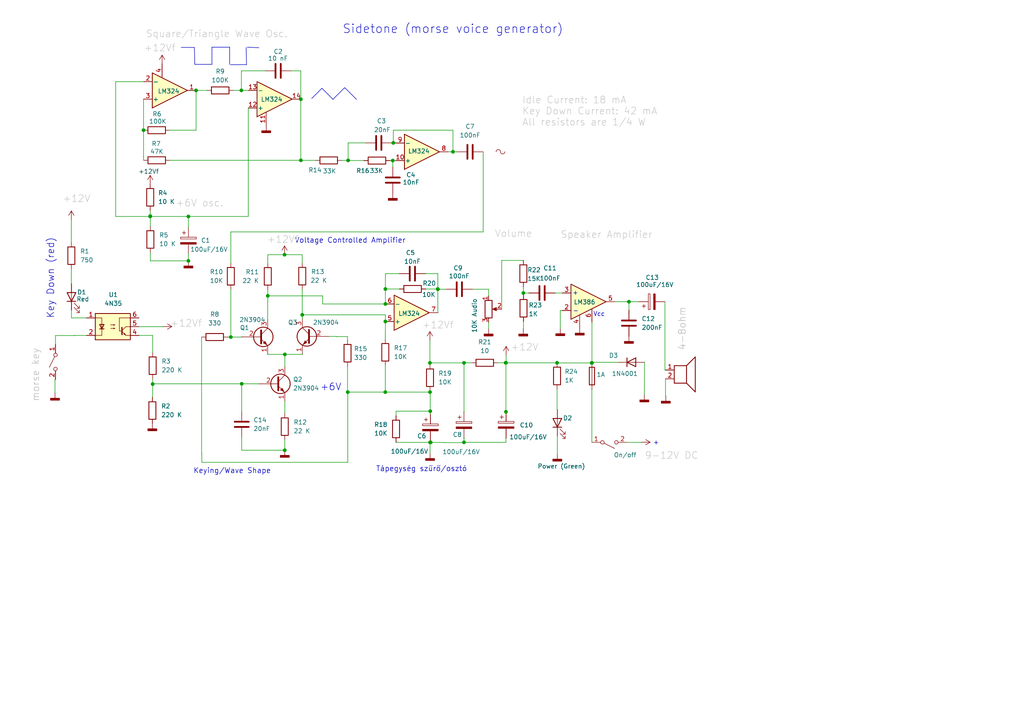
<source format=kicad_sch>
(kicad_sch (version 20230121) (generator eeschema)
  (paper "A4")
  (title_block (title "sidetone-cw-voice-generator") (date "2024-02-03") (rev "0"))
  (lib_symbols
    (symbol "Amplifier_Audio:LM386" (pin_names (offset 0.127) hide)
      (property "Reference" "U2" (at -3.7235 10.0068 0))
      (property "Value" "LM386" (at -3.3511 12.7994 0))
      (symbol "LM386_0_1"
        (polyline (pts (xy 5.08 0) (xy -5.08 5.08) (xy -5.08 -5.08) (xy 5.08 0)) (stroke (width 0.254)) (fill (type background)))
      )
      (symbol "LM386_1_1"
        (pin input line (at -7.62 -2.54 0) (length 2.54) (name "-") (number "2"))
        (pin input line (at -7.62 2.54 0) (length 2.54) (name "+") (number "3"))
        (pin power_in line (at -2.54 -7.62 90) (length 3.81) (name "GND") (number "4"))
        (pin output line (at 7.62 0 180) (length 2.54) (name "~") (number "5"))
        (pin power_in line (at 0.9898 -5.8662 90) (length 3.81) (name "V+") (number "6"))
      )
    )
    (symbol "Device:C" (pin_numbers hide) (pin_names (offset 0.254))
      (property "Reference" "C" (at 0.635 2.54 0))
      (property "Value" "C" (at 0.635 -2.54 0))
      (symbol "C_0_1"
        (polyline (pts (xy -2.032 -0.762) (xy 2.032 -0.762)) (stroke (width 0.508)))
        (polyline (pts (xy -2.032 0.762) (xy 2.032 0.762)) (stroke (width 0.508)))
      )
      (symbol "C_1_1"
        (pin passive line (at 0 3.81 270) (length 2.794) (name "~") (number "1"))
        (pin passive line (at 0 -3.81 90) (length 2.794) (name "~") (number "2"))
      )
    )
    (symbol "Device:C_Polarized" (pin_numbers hide) (pin_names (offset 0.254))
      (property "Reference" "C" (at 0.635 2.54 0))
      (property "Value" "C_Polarized" (at 0.635 -2.54 0))
      (symbol "C_Polarized_0_1"
        (rectangle (start -2.286 0.508) (end 2.286 1.016))
        (polyline (pts (xy -1.778 2.286) (xy -0.762 2.286)))
        (polyline (pts (xy -1.27 2.794) (xy -1.27 1.778)))
        (rectangle (start 2.286 -0.508) (end -2.286 -1.016) (fill (type outline)))
      )
      (symbol "C_Polarized_1_1"
        (pin passive line (at 0 3.81 270) (length 2.794) (name "~") (number "1"))
        (pin passive line (at 0 -3.81 90) (length 2.794) (name "~") (number "2"))
      )
    )
    (symbol "Device:Fuse" (pin_numbers hide) (pin_names (offset 0))
      (property "Reference" "F" (at 2.032 0 90))
      (property "Value" "Fuse" (at -1.905 0 90))
      (symbol "Fuse_0_1"
        (rectangle (start -0.762 -2.54) (end 0.762 2.54) (stroke (width 0.254)))
        (polyline (pts (xy 0 2.54) (xy 0 -2.54)))
      )
      (symbol "Fuse_1_1"
        (pin passive line (at 0 3.81 270) (length 1.27) (name "~") (number "1"))
        (pin passive line (at 0 -3.81 90) (length 1.27) (name "~") (number "2"))
      )
    )
    (symbol "Device:LED" (pin_numbers hide) (pin_names (offset 1.016) hide)
      (property "Reference" "D" (at 0 2.54 0))
      (property "Value" "LED" (at 0 -2.54 0))
      (symbol "LED_0_1"
        (polyline (pts (xy -1.27 -1.27) (xy -1.27 1.27)) (stroke (width 0.254)))
        (polyline (pts (xy -1.27 0) (xy 1.27 0)))
        (polyline (pts (xy 1.27 -1.27) (xy 1.27 1.27) (xy -1.27 0) (xy 1.27 -1.27)) (stroke (width 0.254)))
        (polyline (pts (xy -3.048 -0.762) (xy -4.572 -2.286) (xy -3.81 -2.286) (xy -4.572 -2.286) (xy -4.572 -1.524)))
        (polyline (pts (xy -1.778 -0.762) (xy -3.302 -2.286) (xy -2.54 -2.286) (xy -3.302 -2.286) (xy -3.302 -1.524)))
      )
      (symbol "LED_1_1"
        (pin passive line (at -3.81 0 0) (length 2.54) (name "K") (number "1"))
        (pin passive line (at 3.81 0 180) (length 2.54) (name "A") (number "2"))
      )
    )
    (symbol "Device:R" (pin_numbers hide) (pin_names (offset 0))
      (property "Reference" "R" (at 2.032 0 90))
      (property "Value" "R" (at 0 0 90))
      (symbol "R_0_1"
        (rectangle (start -1.016 -2.54) (end 1.016 2.54) (stroke (width 0.254)))
      )
      (symbol "R_1_1"
        (pin passive line (at 0 3.81 270) (length 1.27) (name "~") (number "1"))
        (pin passive line (at 0 -3.81 90) (length 1.27) (name "~") (number "2"))
      )
    )
    (symbol "Device:R_Potentiometer" (pin_names (offset 1.016) hide)
      (property "Reference" "RV" (at -4.445 0 90))
      (property "Value" "R_Potentiometer" (at -2.54 0 90))
      (symbol "R_Potentiometer_0_1"
        (polyline (pts (xy 2.54 0) (xy 1.524 0)))
        (polyline (pts (xy 1.143 0) (xy 2.286 0.508) (xy 2.286 -0.508) (xy 1.143 0)) (fill (type outline)))
        (rectangle (start 1.016 2.54) (end -1.016 -2.54) (stroke (width 0.254)))
      )
      (symbol "R_Potentiometer_1_1"
        (pin passive line (at 0 3.81 270) (length 1.27) (name "1") (number "1"))
        (pin passive line (at 3.81 0 180) (length 1.27) (name "2") (number "2"))
        (pin passive line (at 0 -3.81 90) (length 1.27) (name "3") (number "3"))
      )
    )
    (symbol "Device:Speaker" (pin_names (offset 0) hide)
      (property "Reference" "LS" (at 1.27 5.715 0))
      (property "Value" "Speaker" (at 1.27 3.81 0))
      (symbol "Speaker_0_0"
        (rectangle (start -2.54 1.27) (end 1.016 -3.81) (stroke (width 0.254)))
        (polyline (pts (xy 1.016 1.27) (xy 3.556 3.81) (xy 3.556 -6.35) (xy 1.016 -3.81)) (stroke (width 0.254)))
      )
      (symbol "Speaker_1_1"
        (pin input line (at -5.08 0 0) (length 2.54) (name "1") (number "1"))
        (pin input line (at -5.08 -2.54 0) (length 2.54) (name "2") (number "2"))
      )
    )
    (symbol "Diode:1N4001" (pin_numbers hide) (pin_names hide)
      (property "Reference" "D" (at 0 2.54 0))
      (property "Value" "1N4001" (at 0 -2.54 0))
      (symbol "1N4001_0_1"
        (polyline (pts (xy -1.27 1.27) (xy -1.27 -1.27)) (stroke (width 0.254)))
        (polyline (pts (xy 1.27 0) (xy -1.27 0)))
        (polyline (pts (xy 1.27 1.27) (xy 1.27 -1.27) (xy -1.27 0) (xy 1.27 1.27)) (stroke (width 0.254)))
      )
      (symbol "1N4001_1_1"
        (pin passive line (at -3.81 0 0) (length 2.54) (name "K") (number "1"))
        (pin passive line (at 3.81 0 180) (length 2.54) (name "A") (number "2"))
      )
    )
    (symbol "Isolator:4N35" (pin_names (offset 1.016))
      (property "Reference" "U" (at -5.08 5.08 0))
      (property "Value" "4N35" (at 0 5.08 0))
      (symbol "4N35_0_1"
        (rectangle (start -5.08 3.81) (end 5.08 -3.81) (stroke (width 0.254)) (fill (type background)))
        (polyline (pts (xy -3.81 -0.635) (xy -2.54 -0.635)) (stroke (width 0.254)))
        (polyline (pts (xy 2.667 -1.397) (xy 3.81 -2.54)))
        (polyline (pts (xy 2.667 -1.143) (xy 3.81 0)))
        (polyline (pts (xy 3.81 -2.54) (xy 5.08 -2.54)))
        (polyline (pts (xy 3.81 0) (xy 5.08 0)))
        (polyline (pts (xy 2.667 -0.254) (xy 2.667 -2.286) (xy 2.667 -2.286)) (stroke (width 0.3556)))
        (polyline (pts (xy -5.08 -2.54) (xy -3.175 -2.54) (xy -3.175 2.54) (xy -5.08 2.54)))
        (polyline (pts (xy -3.175 -0.635) (xy -3.81 0.635) (xy -2.54 0.635) (xy -3.175 -0.635)) (stroke (width 0.254)))
        (polyline (pts (xy 3.683 -2.413) (xy 3.429 -1.905) (xy 3.175 -2.159) (xy 3.683 -2.413)))
        (polyline (pts (xy 5.08 2.54) (xy 1.905 2.54) (xy 1.905 -1.27) (xy 2.54 -1.27)))
        (polyline (pts (xy -0.635 -0.508) (xy 0.635 -0.508) (xy 0.254 -0.635) (xy 0.254 -0.381) (xy 0.635 -0.508)))
        (polyline (pts (xy -0.635 0.508) (xy 0.635 0.508) (xy 0.254 0.381) (xy 0.254 0.635) (xy 0.635 0.508)))
      )
      (symbol "4N35_1_1"
        (pin passive line (at -7.62 2.54 0) (length 2.54) (name "~") (number "1"))
        (pin passive line (at -7.62 -2.54 0) (length 2.54) (name "~") (number "2"))
        (pin no_connect line (at -5.08 0 0) (length 2.54) hide (name "NC") (number "3"))
        (pin passive line (at 7.62 -2.54 180) (length 2.54) (name "~") (number "4"))
        (pin passive line (at 7.62 0 180) (length 2.54) (name "~") (number "5"))
        (pin passive line (at 7.62 2.54 180) (length 2.54) (name "~") (number "6"))
      )
    )
    (symbol "LM324_1" (pin_names (offset 0.127) hide)
      (symbol "LM324_1_1_1"
        (polyline (pts (xy -5.08 5.08) (xy 5.08 0) (xy -5.08 -5.08) (xy -5.08 5.08)) (stroke (width 0.254)) (fill (type background)))
        (pin output line (at 7.62 0 180) (length 2.54) (name "~") (number "1"))
        (pin input line (at -7.62 -2.54 0) (length 2.54) (name "-") (number "2"))
        (pin input line (at -7.62 2.54 0) (length 2.54) (name "+") (number "3"))
      )
      (symbol "LM324_1_2_1"
        (polyline (pts (xy -5.08 5.08) (xy 5.08 0) (xy -5.08 -5.08) (xy -5.08 5.08)) (stroke (width 0.254)) (fill (type background)))
        (pin input line (at -7.62 2.54 0) (length 2.54) (name "+") (number "5"))
        (pin input line (at -7.62 -2.54 0) (length 2.54) (name "-") (number "6"))
        (pin output line (at 7.62 0 180) (length 2.54) (name "~") (number "7"))
      )
      (symbol "LM324_1_3_1"
        (polyline (pts (xy -5.08 5.08) (xy 5.08 0) (xy -5.08 -5.08) (xy -5.08 5.08)) (stroke (width 0.254)) (fill (type background)))
        (pin input line (at -7.62 2.54 0) (length 2.54) (name "+") (number "10"))
        (pin output line (at 7.62 0 180) (length 2.54) (name "~") (number "8"))
        (pin input line (at -7.62 -2.54 0) (length 2.54) (name "-") (number "9"))
      )
      (symbol "LM324_1_4_1"
        (polyline (pts (xy -5.08 5.08) (xy 5.08 0) (xy -5.08 -5.08) (xy -5.08 5.08)) (stroke (width 0.254)) (fill (type background)))
        (pin input line (at -7.62 2.54 0) (length 2.54) (name "+") (number "12"))
        (pin input line (at -7.62 -2.54 0) (length 2.54) (name "-") (number "13"))
        (pin output line (at 7.62 0 180) (length 2.54) (name "~") (number "14"))
      )
      (symbol "LM324_1_5_1"
        (pin power_in line (at -2.54 7.62 270) (length 3.81) (name "V+") (number "4"))
      )
    )
    (symbol "LM324_2" (pin_names (offset 0.127) hide)
      (symbol "LM324_2_1_1"
        (polyline (pts (xy -5.08 5.08) (xy 5.08 0) (xy -5.08 -5.08) (xy -5.08 5.08)) (stroke (width 0.254)) (fill (type background)))
        (pin output line (at 7.62 0 180) (length 2.54) (name "~") (number "1"))
        (pin input line (at -7.62 -2.54 0) (length 2.54) (name "-") (number "2"))
        (pin input line (at -7.62 2.54 0) (length 2.54) (name "+") (number "3"))
      )
      (symbol "LM324_2_2_1"
        (polyline (pts (xy -5.08 5.08) (xy 5.08 0) (xy -5.08 -5.08) (xy -5.08 5.08)) (stroke (width 0.254)) (fill (type background)))
        (pin input line (at -7.62 2.54 0) (length 2.54) (name "+") (number "5"))
        (pin input line (at -7.62 -2.54 0) (length 2.54) (name "-") (number "6"))
        (pin output line (at 7.62 0 180) (length 2.54) (name "~") (number "7"))
      )
      (symbol "LM324_2_3_1"
        (polyline (pts (xy -5.08 5.08) (xy 5.08 0) (xy -5.08 -5.08) (xy -5.08 5.08)) (stroke (width 0.254)) (fill (type background)))
        (pin input line (at -7.62 2.54 0) (length 2.54) (name "+") (number "10"))
        (pin output line (at 7.62 0 180) (length 2.54) (name "~") (number "8"))
        (pin input line (at -7.62 -2.54 0) (length 2.54) (name "-") (number "9"))
      )
      (symbol "LM324_2_4_1"
        (polyline (pts (xy -5.08 5.08) (xy 5.08 0) (xy -5.08 -5.08) (xy -5.08 5.08)) (stroke (width 0.254)) (fill (type background)))
        (pin input line (at -7.62 2.54 0) (length 2.54) (name "+") (number "12"))
        (pin input line (at -7.62 -2.54 0) (length 2.54) (name "-") (number "13"))
        (pin output line (at 7.62 0 180) (length 2.54) (name "~") (number "14"))
      )
      (symbol "LM324_2_5_1"
        (pin power_in line (at -2.54 -7.62 90) (length 3.81) (name "V-") (number "11"))
      )
    )
    (symbol "LM324_3" (pin_names (offset 0.127))
      (symbol "LM324_3_1_1"
        (polyline (pts (xy -5.08 5.08) (xy 5.08 0) (xy -5.08 -5.08) (xy -5.08 5.08)) (stroke (width 0.254)) (fill (type background)))
        (pin output line (at 7.62 0 180) (length 2.54) (name "~") (number "1"))
        (pin input line (at -7.62 -2.54 0) (length 2.54) (name "-") (number "2"))
        (pin input line (at -7.62 2.54 0) (length 2.54) (name "+") (number "3"))
      )
      (symbol "LM324_3_2_1"
        (polyline (pts (xy -5.08 5.08) (xy 5.08 0) (xy -5.08 -5.08) (xy -5.08 5.08)) (stroke (width 0.254)) (fill (type background)))
        (pin input line (at -7.62 2.54 0) (length 2.54) (name "+") (number "5"))
        (pin input line (at -7.62 -2.54 0) (length 2.54) (name "-") (number "6"))
        (pin output line (at 7.62 0 180) (length 2.54) (name "~") (number "7"))
      )
      (symbol "LM324_3_3_1"
        (polyline (pts (xy -5.08 5.08) (xy 5.08 0) (xy -5.08 -5.08) (xy -5.08 5.08)) (stroke (width 0.254)) (fill (type background)))
        (pin input line (at -7.62 2.54 0) (length 2.54) (name "+") (number "10"))
        (pin output line (at 7.62 0 180) (length 2.54) (name "~") (number "8"))
        (pin input line (at -7.62 -2.54 0) (length 2.54) (name "-") (number "9"))
      )
      (symbol "LM324_3_4_1"
        (polyline (pts (xy -5.08 5.08) (xy 5.08 0) (xy -5.08 -5.08) (xy -5.08 5.08)) (stroke (width 0.254)) (fill (type background)))
        (pin input line (at -7.62 2.54 0) (length 2.54) (name "+") (number "12"))
        (pin input line (at -7.62 -2.54 0) (length 2.54) (name "-") (number "13"))
        (pin output line (at 7.62 0 180) (length 2.54) (name "~") (number "14"))
      )
      (symbol "LM324_3_5_1"
        (pin power_in line (at -2.54 7.62 270) (length 3.81) (name "V+") (number "4"))
      )
    )
    (symbol "LM324_4" (pin_names (offset 0.127))
      (symbol "LM324_4_1_1"
        (polyline (pts (xy -5.08 5.08) (xy 5.08 0) (xy -5.08 -5.08) (xy -5.08 5.08)) (stroke (width 0.254)) (fill (type background)))
        (pin output line (at 7.62 0 180) (length 2.54) (name "~") (number "1"))
        (pin input line (at -7.62 -2.54 0) (length 2.54) (name "-") (number "2"))
        (pin input line (at -7.62 2.54 0) (length 2.54) (name "+") (number "3"))
      )
      (symbol "LM324_4_2_1"
        (polyline (pts (xy -5.08 5.08) (xy 5.08 0) (xy -5.08 -5.08) (xy -5.08 5.08)) (stroke (width 0.254)) (fill (type background)))
        (pin input line (at -7.62 2.54 0) (length 2.54) (name "+") (number "5"))
        (pin input line (at -7.62 -2.54 0) (length 2.54) (name "-") (number "6"))
        (pin output line (at 7.62 0 180) (length 2.54) (name "~") (number "7"))
      )
      (symbol "LM324_4_3_1"
        (polyline (pts (xy -5.08 5.08) (xy 5.08 0) (xy -5.08 -5.08) (xy -5.08 5.08)) (stroke (width 0.254)) (fill (type background)))
        (pin input line (at -7.62 2.54 0) (length 2.54) (name "+") (number "10"))
        (pin output line (at 7.62 0 180) (length 2.54) (name "~") (number "8"))
        (pin input line (at -7.62 -2.54 0) (length 2.54) (name "-") (number "9"))
      )
      (symbol "LM324_4_4_1"
        (polyline (pts (xy -5.08 5.08) (xy 5.08 0) (xy -5.08 -5.08) (xy -5.08 5.08)) (stroke (width 0.254)) (fill (type background)))
        (pin input line (at -7.62 2.54 0) (length 2.54) (name "+") (number "12"))
        (pin input line (at -7.62 -2.54 0) (length 2.54) (name "-") (number "13"))
        (pin output line (at 7.62 0 180) (length 2.54) (name "~") (number "14"))
      )
      (symbol "LM324_4_5_1"
        (pin power_in line (at -2.54 7.62 270) (length 3.81) (name "V+") (number "4"))
      )
    )
    (symbol "LM324_5" (pin_names (offset 0.127))
      (symbol "LM324_5_1_1"
        (polyline (pts (xy -5.08 5.08) (xy 5.08 0) (xy -5.08 -5.08) (xy -5.08 5.08)) (stroke (width 0.254)) (fill (type background)))
        (pin output line (at 7.62 0 180) (length 2.54) (name "~") (number "1"))
        (pin input line (at -7.62 -2.54 0) (length 2.54) (name "-") (number "2"))
        (pin input line (at -7.62 2.54 0) (length 2.54) (name "+") (number "3"))
      )
      (symbol "LM324_5_2_1"
        (polyline (pts (xy -5.08 5.08) (xy 5.08 0) (xy -5.08 -5.08) (xy -5.08 5.08)) (stroke (width 0.254)) (fill (type background)))
        (pin input line (at -7.62 2.54 0) (length 2.54) (name "+") (number "5"))
        (pin input line (at -7.62 -2.54 0) (length 2.54) (name "-") (number "6"))
        (pin output line (at 7.62 0 180) (length 2.54) (name "~") (number "7"))
      )
      (symbol "LM324_5_3_1"
        (polyline (pts (xy -5.08 5.08) (xy 5.08 0) (xy -5.08 -5.08) (xy -5.08 5.08)) (stroke (width 0.254)) (fill (type background)))
        (pin input line (at -7.62 2.54 0) (length 2.54) (name "+") (number "10"))
        (pin output line (at 7.62 0 180) (length 2.54) (name "~") (number "8"))
        (pin input line (at -7.62 -2.54 0) (length 2.54) (name "-") (number "9"))
      )
      (symbol "LM324_5_4_1"
        (polyline (pts (xy -5.08 5.08) (xy 5.08 0) (xy -5.08 -5.08) (xy -5.08 5.08)) (stroke (width 0.254)) (fill (type background)))
        (pin input line (at -7.62 2.54 0) (length 2.54) (name "+") (number "12"))
        (pin input line (at -7.62 -2.54 0) (length 2.54) (name "-") (number "13"))
        (pin output line (at 7.62 0 180) (length 2.54) (name "~") (number "14"))
      )
      (symbol "LM324_5_5_1"
        (pin power_in line (at -2.54 7.62 270) (length 3.81) (name "V+") (number "4"))
      )
    )
    (symbol "LM324_6" (pin_names (offset 0.127))
      (symbol "LM324_6_1_1"
        (polyline (pts (xy -5.08 5.08) (xy 5.08 0) (xy -5.08 -5.08) (xy -5.08 5.08)) (stroke (width 0.254)) (fill (type background)))
        (pin output line (at 7.62 0 180) (length 2.54) (name "~") (number "1"))
        (pin input line (at -7.62 -2.54 0) (length 2.54) (name "-") (number "2"))
        (pin input line (at -7.62 2.54 0) (length 2.54) (name "+") (number "3"))
      )
      (symbol "LM324_6_2_1"
        (polyline (pts (xy -5.08 5.08) (xy 5.08 0) (xy -5.08 -5.08) (xy -5.08 5.08)) (stroke (width 0.254)) (fill (type background)))
        (pin input line (at -7.62 2.54 0) (length 2.54) (name "+") (number "5"))
        (pin input line (at -7.62 -2.54 0) (length 2.54) (name "-") (number "6"))
        (pin output line (at 7.62 0 180) (length 2.54) (name "~") (number "7"))
      )
      (symbol "LM324_6_3_1"
        (polyline (pts (xy -5.08 5.08) (xy 5.08 0) (xy -5.08 -5.08) (xy -5.08 5.08)) (stroke (width 0.254)) (fill (type background)))
        (pin input line (at -7.62 2.54 0) (length 2.54) (name "+") (number "10"))
        (pin output line (at 7.62 0 180) (length 2.54) (name "~") (number "8"))
        (pin input line (at -7.62 -2.54 0) (length 2.54) (name "-") (number "9"))
      )
      (symbol "LM324_6_4_1"
        (polyline (pts (xy -5.08 5.08) (xy 5.08 0) (xy -5.08 -5.08) (xy -5.08 5.08)) (stroke (width 0.254)) (fill (type background)))
        (pin input line (at -7.62 2.54 0) (length 2.54) (name "+") (number "12"))
        (pin input line (at -7.62 -2.54 0) (length 2.54) (name "-") (number "13"))
        (pin output line (at 7.62 0 180) (length 2.54) (name "~") (number "14"))
      )
      (symbol "LM324_6_5_1"
        (pin power_in line (at -2.54 7.62 270) (length 3.81) (name "V+") (number "4"))
      )
    )
    (symbol "Simulation_SPICE:VSIN" (pin_numbers hide) (pin_names (offset 0.0254) hide)
      (symbol "VSIN_0_0"
        (arc (start 0 0) (mid -0.635 0.6323) (end -1.27 0))
        (arc (start 0 0) (mid 0.635 -0.6323) (end 1.27 0))
      )
    )
    (symbol "Switch:SW_DPST_x2" (pin_names (offset 0) hide)
      (property "Reference" "SW" (at 0 3.175 0))
      (property "Value" "SW_DPST_x2" (at 0 -2.54 0))
      (symbol "SW_DPST_x2_0_0"
        (circle (center -2.032 0) (radius 0.508))
        (polyline (pts (xy -1.524 0.254) (xy 1.524 1.778)))
        (circle (center 2.032 0) (radius 0.508))
      )
      (symbol "SW_DPST_x2_1_1"
        (pin passive line (at -5.08 0 0) (length 2.54) (name "A") (number "1"))
        (pin passive line (at 5.08 0 180) (length 2.54) (name "B") (number "2"))
      )
      (symbol "SW_DPST_x2_2_1"
        (pin passive line (at -5.08 0 0) (length 2.54) (name "A") (number "3"))
        (pin passive line (at 5.08 0 180) (length 2.54) (name "B") (number "4"))
      )
    )
    (symbol "Transistor_BJT:2N3904" (pin_names (offset 0) hide)
      (property "Reference" "Q" (at 5.08 1.905 0))
      (property "Value" "2N3904" (at 5.08 0 0))
      (symbol "2N3904_0_1"
        (polyline (pts (xy 0.635 0.635) (xy 2.54 2.54)))
        (polyline (pts (xy 0.635 -0.635) (xy 2.54 -2.54) (xy 2.54 -2.54)))
        (polyline (pts (xy 0.635 1.905) (xy 0.635 -1.905) (xy 0.635 -1.905)) (stroke (width 0.508)))
        (polyline (pts (xy 1.27 -1.778) (xy 1.778 -1.27) (xy 2.286 -2.286) (xy 1.27 -1.778) (xy 1.27 -1.778)) (fill (type outline)))
        (circle (center 1.27 0) (radius 2.8194) (stroke (width 0.254)))
      )
      (symbol "2N3904_1_1"
        (pin passive line (at 2.54 -5.08 90) (length 2.54) (name "E") (number "1"))
        (pin passive line (at -5.08 0 0) (length 5.715) (name "B") (number "2"))
        (pin passive line (at 2.54 5.08 270) (length 2.54) (name "C") (number "3"))
      )
    )
    (symbol "VCC_1" (power) (pin_names (offset 0))
      (property "Value" "VCC_1" (at 0 3.81 0))
      (symbol "VCC_1_0_1"
        (polyline (pts (xy -0.762 1.27) (xy 0 2.54)))
        (polyline (pts (xy 0 0) (xy 0 2.54)))
        (polyline (pts (xy 0 2.54) (xy 0.762 1.27)))
      )
      (symbol "VCC_1_1_1"
        (pin power_in line (at 0 0 90) (length 0) hide (name "VCC") (number "1"))
      )
    )
    (symbol "power:GNDD" (power) (pin_names (offset 0))
      (property "Value" "GNDD" (at 0 -3.175 0))
      (symbol "GNDD_0_1"
        (rectangle (start -1.27 -1.524) (end 1.27 -2.032) (stroke (width 0.254)) (fill (type outline)))
        (polyline (pts (xy 0 0) (xy 0 -1.524)))
      )
      (symbol "GNDD_1_1"
        (pin power_in line (at 0 0 270) (length 0) hide (name "GNDD") (number "1"))
      )
    )
    (symbol "power:VCC" (power) (pin_names (offset 0))
      (property "Value" "VCC" (at 0 3.81 0))
      (symbol "VCC_0_1"
        (polyline (pts (xy -0.762 1.27) (xy 0 2.54)))
        (polyline (pts (xy 0 0) (xy 0 2.54)))
        (polyline (pts (xy 0 2.54) (xy 0.762 1.27)))
      )
      (symbol "VCC_1_1"
        (pin power_in line (at 0 0 90) (length 0) hide (name "VCC") (number "1"))
      )
    )
  )
  (junction (at 124.7222 113.722))
  (junction (at 124.7859 119.2539))
  (junction (at 87.2521 28.7644))
  (junction (at 126.992 83.8222))
  (junction (at 146.7438 105.2263))
  (junction (at 111.7764 93.2422))
  (junction (at 146.7438 119.4416))
  (junction (at 70.0109 26.2209))
  (junction (at 54.6463 75.6659))
  (junction (at 43.5636 62.7877))
  (junction (at 56.8721 26.2244))
  (junction (at 77.6729 85.8099))
  (junction (at 182.4158 87.5139))
  (junction (at 111.7434 113.722))
  (junction (at 87.6613 91.316))
  (junction (at 41.6321 37.7644))
  (junction (at 134.5831 105.2507))
  (junction (at 134.5698 128.292))
  (junction (at 113.9235 46.5674))
  (junction (at 111.7764 83.8222))
  (junction (at 111.7764 88.1622))
  (junction (at 43.5636 62.6632))
  (junction (at 114.0729 41.4461))
  (junction (at 44.2853 111.401))
  (junction (at 171.6897 105.2632))
  (junction (at 131.3774 44.0274))
  (junction (at 124.6944 105.2507))
  (junction (at 100.9665 46.5227))
  (junction (at 124.9065 128.3103))
  (junction (at 161.5708 105.2355))
  (junction (at 70.1098 111.3155))
  (junction (at 124.7329 128.3103))
  (junction (at 100.8728 113.722))
  (junction (at 146.6654 105.2263))
  (junction (at 151.788 84.9872))
  (junction (at 87.2687 46.4995))
  (junction (at 82.6136 102.7941))
  (junction (at 126.992 83.8906))
  (junction (at 82.5297 73.8783))
  (junction (at 171.6202 105.2632))
  (junction (at 54.6417 62.7877))
  (junction (at 66.9528 97.7599))
  (junction (at 82.5969 130.5846))
  (wire (pts (xy 171.6202 105.0816) (xy 171.6202 105.2632)))
  (wire (pts (xy 111.7764 88.1622) (xy 111.7764 83.8222)))
  (wire (pts (xy 132.5206 44.0415) (xy 132.5206 44.0274)))
  (wire (pts (xy 182.4158 87.5139) (xy 185.2393 87.5139)))
  (wire (pts (xy 134.5698 128.292) (xy 134.5698 127.1879)))
  (wire (pts (xy 41.6459 45.4849) (xy 41.6459 46.4849)))
  (wire (pts (xy 70.1098 130.5846) (xy 82.5969 130.5846)))
  (wire (pts (xy 87.2521 28.7644) (xy 87.2521 46.4995)))
  (wire (pts (xy 111.7434 96.316) (xy 111.7434 98.3764)))
  (wire (pts (xy 54.6417 62.7877) (xy 72.0121 62.7877)))
  (wire (pts (xy 126.992 79.3725) (xy 123.4129 79.3725)))
  (wire (pts (xy 58.5321 134.0907) (xy 58.5321 131.473)))
  (polyline (pts (xy 61.4713 13.6868) (xy 66.6068 13.6868)))
  (wire (pts (xy 87.6613 73.8783) (xy 82.5297 73.8783)))
  (wire (pts (xy 141.7088 83.8906) (xy 141.7088 85.8536)))
  (wire (pts (xy 153.4083 84.9872) (xy 151.788 84.9872)))
  (wire (pts (xy 114.8748 119.2539) (xy 124.7859 119.2539)))
  (wire (pts (xy 124.6944 105.743) (xy 124.7222 105.743)))
  (wire (pts (xy 20.6863 77.9606) (xy 20.6863 82.3207)))
  (wire (pts (xy 128.9523 128.3343) (xy 128.9523 128.3779)))
  (wire (pts (xy 146.7438 119.4416) (xy 146.7438 119.5287)))
  (wire (pts (xy 87.2521 46.4995) (xy 87.2687 46.4995)))
  (wire (pts (xy 124.8292 120.1755) (xy 124.7859 120.1755)))
  (wire (pts (xy 111.7434 113.722) (xy 124.7222 113.722)))
  (polyline (pts (xy 75.0751 13.842) (xy 71.7423 13.6868)))
  (wire (pts (xy 151.8371 95.4048) (xy 151.7712 95.4048)))
  (wire (pts (xy 186.9321 105.0816) (xy 186.8854 114.5093)))
  (wire (pts (xy 77.6729 85.8099) (xy 93.5919 85.8099)))
  (wire (pts (xy 99.1422 46.5227) (xy 100.9665 46.5227)))
  (wire (pts (xy 70.0109 20.5448) (xy 70.0109 26.2209)))
  (wire (pts (xy 41.6459 45.4849) (xy 41.6321 45.4849)))
  (wire (pts (xy 82.5969 127.5487) (xy 82.5969 130.5846)))
  (wire (pts (xy 15.9481 114.0145) (xy 15.9481 110.0703)))
  (wire (pts (xy 100.8029 106.2521) (xy 100.8029 113.722)))
  (wire (pts (xy 44.2853 109.8701) (xy 44.2853 111.401)))
  (wire (pts (xy 43.5636 62.7877) (xy 54.6417 62.7877)))
  (wire (pts (xy 47.2948 94.7454) (xy 47.2948 94.7161)))
  (wire (pts (xy 126.992 90.7022) (xy 127.0164 90.7022)))
  (wire (pts (xy 41.6321 28.7644) (xy 41.6321 37.7644)))
  (wire (pts (xy 161.5708 118.8217) (xy 161.6483 118.8217)))
  (wire (pts (xy 91.5222 46.4995) (xy 91.5222 46.5227)))
  (wire (pts (xy 43.5636 62.7877) (xy 33.5486 62.7877)))
  (wire (pts (xy 54.6463 73.6232) (xy 54.6463 75.6659)))
  (polyline (pts (xy 93.2937 25.674) (xy 93.4517 25.674)))
  (wire (pts (xy 114.8748 128.3103) (xy 114.8748 128.2217)))
  (wire (pts (xy 44.362 111.3155) (xy 70.1098 111.3155)))
  (wire (pts (xy 124.9065 128.3103) (xy 124.9065 128.3343)))
  (wire (pts (xy 44.2853 97.2854) (xy 44.2853 102.2501)))
  (wire (pts (xy 66.9528 97.7599) (xy 70.0172 97.7599)))
  (wire (pts (xy 100.8728 113.722) (xy 111.7434 113.722)))
  (wire (pts (xy 134.5698 128.292) (xy 134.5698 128.3779)))
  (wire (pts (xy 146.7438 105.2263) (xy 146.7438 119.4416)))
  (wire (pts (xy 193.0269 109.8679) (xy 193.0269 114.821)))
  (wire (pts (xy 163.065 84.9872) (xy 163.065 84.9739)))
  (wire (pts (xy 111.7764 79.3725) (xy 115.7929 79.3725)))
  (wire (pts (xy 77.6729 87.6341) (xy 77.6729 85.8099)))
  (wire (pts (xy 146.7939 119.4416) (xy 146.7438 119.4416)))
  (wire (pts (xy 193.115 114.821) (xy 193.115 114.8742)))
  (wire (pts (xy 87.7177 92.1743) (xy 87.6613 92.1743)))
  (wire (pts (xy 126.992 83.8906) (xy 129.4159 83.8906)))
  (wire (pts (xy 21.526 97.2854) (xy 21.526 97.3207)))
  (wire (pts (xy 134.6148 127.1879) (xy 134.5698 127.1879)))
  (wire (pts (xy 114.0729 41.4461) (xy 114.7574 41.4461)))
  (wire (pts (xy 146.7943 105.2263) (xy 146.7438 105.2263)))
  (wire (pts (xy 124.6944 105.2507) (xy 134.5831 105.2507)))
  (wire (pts (xy 82.6132 119.9287) (xy 82.5969 119.9287)))
  (wire (pts (xy 82.6136 102.7941) (xy 87.7177 102.7941)))
  (polyline (pts (xy 56.3782 13.7721) (xy 52.5579 13.7408)))
  (wire (pts (xy 131.3774 37.7548) (xy 114.0729 37.7548)))
  (wire (pts (xy 124.8292 127.7955) (xy 124.9065 127.7955)))
  (wire (pts (xy 161.5708 105.2355) (xy 146.6654 105.2355)))
  (wire (pts (xy 134.5831 119.4652) (xy 134.5831 105.2507)))
  (wire (pts (xy 87.7177 102.7941) (xy 87.7177 102.6621)))
  (wire (pts (xy 113.9235 46.5674) (xy 113.9235 48.4253)))
  (wire (pts (xy 132.5206 44.0274) (xy 131.3774 44.0274)))
  (wire (pts (xy 93.5919 85.8099) (xy 93.5919 88.1622)))
  (wire (pts (xy 161.0283 84.9872) (xy 163.065 84.9872)))
  (wire (pts (xy 111.7764 93.2422) (xy 111.7764 96.316)))
  (wire (pts (xy 25.0934 92.2054) (xy 20.7262 92.2054)))
  (wire (pts (xy 161.6483 131.6847) (xy 161.6483 126.4417)))
  (wire (pts (xy 146.6654 105.2263) (xy 146.7438 105.2263)))
  (wire (pts (xy 77.6729 73.8783) (xy 82.5297 73.8783)))
  (wire (pts (xy 113.9235 46.5674) (xy 114.7574 46.5674)))
  (wire (pts (xy 171.6897 93.3801) (xy 171.6897 105.2632)))
  (polyline (pts (xy 66.6068 13.6868) (xy 66.6068 18.718)))
  (wire (pts (xy 76.8583 20.5448) (xy 70.0109 20.5448)))
  (wire (pts (xy 145.5188 75.5401) (xy 145.5188 89.6636)))
  (wire (pts (xy 87.6613 76.2779) (xy 87.6613 73.8783)))
  (wire (pts (xy 134.5696 127.0852) (xy 134.6148 127.0852)))
  (wire (pts (xy 134.5831 119.4652) (xy 134.5696 119.4652)))
  (wire (pts (xy 124.9065 128.3103) (xy 124.7329 128.3103)))
  (wire (pts (xy 124.6944 98.7118) (xy 124.6944 105.2507)))
  (wire (pts (xy 66.9528 76.3174) (xy 66.9528 67.2636)))
  (wire (pts (xy 74.8977 111.3155) (xy 74.8977 111.3239)))
  (wire (pts (xy 124.7329 131.4932) (xy 124.7329 128.3103)))
  (wire (pts (xy 97.5664 97.5821) (xy 97.5664 97.622)))
  (wire (pts (xy 56.8721 26.2244) (xy 60.0571 26.2244)))
  (wire (pts (xy 70.1098 111.3155) (xy 74.8977 111.3155)))
  (wire (pts (xy 82.6132 116.4039) (xy 82.6132 119.9287)))
  (wire (pts (xy 87.6613 83.8979) (xy 87.6613 91.316)))
  (wire (pts (xy 124.7222 113.363) (xy 124.7222 113.722)))
  (wire (pts (xy 56.8721 37.7644) (xy 56.8721 26.2244)))
  (wire (pts (xy 124.7859 120.1755) (xy 124.7859 119.2539)))
  (wire (pts (xy 58.4622 131.473) (xy 58.4622 97.7599)))
  (wire (pts (xy 171.6897 105.2632) (xy 171.6202 105.2632)))
  (wire (pts (xy 77.6729 73.8783) (xy 77.6729 76.3487)))
  (wire (pts (xy 151.788 84.9872) (xy 151.788 85.6034)))
  (wire (pts (xy 43.5636 61.0362) (xy 43.5636 62.6632)))
  (wire (pts (xy 124.6944 105.2507) (xy 124.6944 105.743)))
  (polyline (pts (xy 100.0884 25.516) (xy 103.4067 28.8343)))
  (wire (pts (xy 70.1098 126.882) (xy 70.1098 130.5846)))
  (wire (pts (xy 49.2659 46.4849) (xy 87.2687 46.4849)))
  (wire (pts (xy 114.0729 37.7548) (xy 114.0729 41.4461)))
  (wire (pts (xy 134.5831 105.2263) (xy 136.7946 105.2263)))
  (wire (pts (xy 70.0109 26.2209) (xy 72.0121 26.2209)))
  (polyline (pts (xy 56.4938 18.6723) (xy 61.4713 18.6723)))
  (wire (pts (xy 54.6417 62.7877) (xy 54.6417 66.0032)))
  (wire (pts (xy 84.4783 20.5448) (xy 87.2521 20.5448)))
  (wire (pts (xy 134.5698 128.292) (xy 146.7438 128.292)))
  (wire (pts (xy 192.8593 87.5139) (xy 192.8593 107.3279)))
  (wire (pts (xy 60.0571 26.2244) (xy 60.0571 26.2209)))
  (wire (pts (xy 100.8029 98.6321) (xy 100.8029 97.622)))
  (wire (pts (xy 95.3377 97.5821) (xy 97.5664 97.5821)))
  (polyline (pts (xy 96.612 28.7553) (xy 99.8513 25.516)))
  (wire (pts (xy 151.788 85.6034) (xy 151.8371 85.6034)))
  (wire (pts (xy 144.4146 105.2263) (xy 146.6654 105.2263)))
  (wire (pts (xy 41.6321 45.4849) (xy 41.6321 37.7644)))
  (wire (pts (xy 134.6148 127.0852) (xy 134.6148 127.1879)))
  (wire (pts (xy 141.7088 93.4736) (xy 141.7088 95.3872)))
  (wire (pts (xy 77.6372 102.7941) (xy 82.6136 102.7941)))
  (wire (pts (xy 151.788 83.1601) (xy 151.788 84.9872)))
  (wire (pts (xy 49.2521 37.7644) (xy 56.8721 37.7644)))
  (wire (pts (xy 93.5919 88.1622) (xy 111.7764 88.1622)))
  (wire (pts (xy 126.992 83.8222) (xy 126.992 83.8906)))
  (wire (pts (xy 171.6897 105.2632) (xy 171.6897 105.295)))
  (wire (pts (xy 72.0121 31.3044) (xy 72.0121 62.7877)))
  (wire (pts (xy 124.9065 128.3343) (xy 128.9523 128.3343)))
  (wire (pts (xy 87.7177 92.5021) (xy 87.7177 92.1743)))
  (polyline (pts (xy 61.4713 18.6723) (xy 61.4713 13.6868)))
  (wire (pts (xy 77.6729 85.8099) (xy 77.6729 83.9687)))
  (wire (pts (xy 162.503 90.0539) (xy 162.503 95.3015)))
  (wire (pts (xy 100.8728 113.722) (xy 100.8029 113.722)))
  (wire (pts (xy 146.7939 127.0616) (xy 146.7438 127.0616)))
  (wire (pts (xy 43.6058 62.6632) (xy 43.5636 62.6632)))
  (wire (pts (xy 146.7438 127.0616) (xy 146.7438 128.292)))
  (wire (pts (xy 161.5708 112.8555) (xy 161.5708 118.8217)))
  (wire (pts (xy 100.8728 134.0907) (xy 58.5321 134.0907)))
  (wire (pts (xy 137.0359 83.8906) (xy 141.7088 83.8906)))
  (polyline (pts (xy 96.612 28.8343) (xy 96.612 28.7553)))
  (wire (pts (xy 124.7222 113.722) (xy 124.7859 113.722)))
  (wire (pts (xy 43.5636 62.6632) (xy 43.5636 62.7877)))
  (wire (pts (xy 100.8029 97.622) (xy 97.5664 97.622)))
  (wire (pts (xy 15.9481 110.0703) (xy 16.09 110.0703)))
  (wire (pts (xy 134.5831 105.2263) (xy 134.5831 105.2507)))
  (wire (pts (xy 33.5486 23.6844) (xy 41.6321 23.6844)))
  (wire (pts (xy 100.9665 41.4461) (xy 106.0459 41.4461)))
  (wire (pts (xy 113.1437 46.5674) (xy 113.9235 46.5674)))
  (wire (pts (xy 114.8748 119.2539) (xy 114.8748 120.6017)))
  (wire (pts (xy 74.8977 111.3239) (xy 74.9932 111.3239)))
  (wire (pts (xy 40.3334 97.2854) (xy 44.2853 97.2854)))
  (wire (pts (xy 171.6202 105.2632) (xy 161.5708 105.2632)))
  (wire (pts (xy 186.0078 128.2988) (xy 186.0078 128.2594)))
  (wire (pts (xy 44.2853 115.2596) (xy 44.1926 115.2596)))
  (wire (pts (xy 114.7574 41.4461) (xy 114.7574 41.4874)))
  (wire (pts (xy 111.7764 79.3725) (xy 111.7764 83.8222)))
  (wire (pts (xy 20.6863 82.3207) (xy 20.7262 82.3207)))
  (wire (pts (xy 111.7764 91.316) (xy 111.7764 93.2422)))
  (wire (pts (xy 33.5486 62.7877) (xy 33.5486 23.6844)))
  (wire (pts (xy 182.4158 89.9143) (xy 182.4158 87.5139)))
  (wire (pts (xy 44.2853 111.401) (xy 44.2853 115.2596)))
  (wire (pts (xy 128.9523 128.3779) (xy 134.5698 128.3779)))
  (wire (pts (xy 77.6372 87.6341) (xy 77.6372 92.6341)))
  (wire (pts (xy 151.8371 93.2234) (xy 151.8371 95.4048)))
  (wire (pts (xy 111.7764 83.8222) (xy 115.8614 83.8222)))
  (wire (pts (xy 100.9665 46.5227) (xy 100.9665 41.4461)))
  (wire (pts (xy 44.362 111.3155) (xy 44.362 111.401)))
  (wire (pts (xy 193.0269 114.821) (xy 193.115 114.821)))
  (wire (pts (xy 111.7764 91.316) (xy 87.6613 91.316)))
  (wire (pts (xy 43.6058 65.6478) (xy 43.6058 62.6632)))
  (wire (pts (xy 70.0172 97.7599) (xy 70.0172 97.7141)))
  (wire (pts (xy 70.1098 119.262) (xy 70.1098 111.3155)))
  (polyline (pts (xy 71.3896 13.7721) (xy 71.5053 18.7433)))
  (wire (pts (xy 171.6657 112.8832) (xy 171.6897 112.8832)))
  (wire (pts (xy 87.6613 91.316) (xy 87.6613 92.1743)))
  (wire (pts (xy 44.362 111.401) (xy 44.2853 111.401)))
  (wire (pts (xy 111.7434 105.9964) (xy 111.7434 113.722)))
  (wire (pts (xy 126.992 79.3725) (xy 126.992 83.8222)))
  (wire (pts (xy 131.3774 44.0274) (xy 131.3774 37.7548)))
  (wire (pts (xy 161.5708 105.2632) (xy 161.5708 105.2355)))
  (wire (pts (xy 192.8593 107.3279) (xy 193.0269 107.3279)))
  (wire (pts (xy 124.7859 113.722) (xy 124.7859 119.2539)))
  (polyline (pts (xy 93.4517 25.674) (xy 96.612 28.8343)))
  (wire (pts (xy 72.0121 26.2209) (xy 72.0121 26.2244)))
  (wire (pts (xy 134.5696 127.0852) (xy 134.5696 127.1145)))
  (polyline (pts (xy 71.5053 18.7433) (xy 66.8931 18.7709)))
  (wire (pts (xy 54.6463 75.6659) (xy 43.6058 75.6659)))
  (wire (pts (xy 54.6417 66.0032) (xy 54.6463 66.0032)))
  (wire (pts (xy 105.5237 46.5641) (xy 105.5237 46.5778)))
  (wire (pts (xy 178.305 87.5139) (xy 182.4158 87.5139)))
  (wire (pts (xy 100.9665 46.5641) (xy 105.5237 46.5641)))
  (wire (pts (xy 87.2521 20.5448) (xy 87.2521 28.7644)))
  (wire (pts (xy 58.5321 131.473) (xy 58.4622 131.473)))
  (wire (pts (xy 40.3334 94.7454) (xy 47.2948 94.7454)))
  (wire (pts (xy 146.6654 105.2355) (xy 146.6654 105.2263)))
  (wire (pts (xy 171.6748 93.3801) (xy 171.6897 93.3801)))
  (wire (pts (xy 43.6058 75.6659) (xy 43.6058 73.2678)))
  (wire (pts (xy 124.9065 127.7955) (xy 124.9065 128.3103)))
  (wire (pts (xy 140.1406 67.2636) (xy 140.1406 44.0415)))
  (wire (pts (xy 131.3774 44.0274) (xy 129.9974 44.0274)))
  (wire (pts (xy 134.5696 119.4652) (xy 134.5696 119.4945)))
  (wire (pts (xy 171.6657 128.2988) (xy 171.6657 112.8832)))
  (wire (pts (xy 181.8257 128.2988) (xy 186.0078 128.2988)))
  (wire (pts (xy 21.526 97.2854) (xy 25.0934 97.2854)))
  (wire (pts (xy 146.7943 103.0108) (xy 146.7943 105.2263)))
  (wire (pts (xy 66.0822 97.7599) (xy 66.9528 97.7599)))
  (wire (pts (xy 100.8728 113.722) (xy 100.8728 134.0907)))
  (wire (pts (xy 163.065 90.0539) (xy 162.503 90.0539)))
  (wire (pts (xy 111.7764 96.316) (xy 111.7434 96.316)))
  (polyline (pts (xy 90.4495 28.5182) (xy 93.2937 25.674)))
  (wire (pts (xy 66.9528 83.9374) (xy 66.9528 97.7599)))
  (wire (pts (xy 179.3121 105.0816) (xy 171.6202 105.0816)))
  (wire (pts (xy 87.2687 46.4849) (xy 87.2687 46.4995)))
  (wire (pts (xy 126.992 83.8222) (xy 123.4814 83.8222)))
  (wire (pts (xy 77.6372 87.6341) (xy 77.6729 87.6341)))
  (wire (pts (xy 151.788 75.5401) (xy 145.5188 75.5401)))
  (wire (pts (xy 20.7262 92.2054) (xy 20.7262 89.9407)))
  (wire (pts (xy 82.6136 106.2439) (xy 82.6132 106.2439)))
  (wire (pts (xy 66.9528 67.2636) (xy 140.1406 67.2636)))
  (wire (pts (xy 16.09 97.3207) (xy 16.09 99.9103)))
  (wire (pts (xy 113.6659 41.4461) (xy 114.0729 41.4461)))
  (wire (pts (xy 87.2687 46.4995) (xy 91.5222 46.4995)))
  (polyline (pts (xy 90.4495 28.5183) (xy 90.4495 28.5182)))
  (wire (pts (xy 16.09 97.3207) (xy 21.526 97.3207)))
  (polyline (pts (xy 99.8513 25.516) (xy 100.0884 25.516)))
  (wire (pts (xy 82.6136 102.7941) (xy 82.6136 106.2439)))
  (wire (pts (xy 100.9665 46.5227) (xy 100.9665 46.5641)))
  (wire (pts (xy 20.6863 70.3406) (xy 20.6863 63.7278)))
  (wire (pts (xy 126.992 83.8906) (xy 126.992 90.7022)))
  (polyline (pts (xy 56.3782 13.7721) (xy 56.4938 18.6723)))
  (wire (pts (xy 124.7329 128.3103) (xy 114.8748 128.3103)))
  (wire (pts (xy 67.6771 26.2209) (xy 70.0109 26.2209)))
  (wire (pts (xy 113.1437 46.5674) (xy 113.1437 46.5778)))
  (text "Sidetone (morse voice generator)" (at 99.2967 10.0098 0) (effects (font (size 2.5 2.5)) (justify left bottom)))
  (text "+6V" (at 92.811 113.5722 0) (effects (font (size 2 2)) (justify left bottom)))
  (text "9-12V DC" (at 186.9954 133.4717 0) (effects (font (size 2 2)) (justify left bottom)))
  (text "+" (at 189.4095 129.247 0) (effects (font (size 1.27 1.27)) (justify left bottom)))
  (text "Volume" (at 143.437 69.1067 0) (effects (font (size 2 2)) (justify left bottom)))
  (text "+12Vf" (at 49.3284 95.144 0) (effects (font (size 2 2)) (justify left bottom)))
  (text "Key Down (red)" (at 15.8451 92.5765 90) (effects (font (size 2 2)) (justify left bottom)))
  (text "Square/Triangle Wave Osc." (at 42.2485 11.1803 0) (effects (font (size 2 2)) (justify left bottom)))
  (text "Tápegység szűrő/osztó" (at 109.0167 136.9919 0) (effects (font (size 1.5 1.5)) (justify left bottom)))
  (text "Keying/Wave Shape" (at 56.0685 137.5598 0) (effects (font (size 1.5 1.5)) (justify left bottom)))
  (text "-" (at 166.1295 91.0458 0) (effects (font (size 1.27 1.27)) (justify left bottom)))
  (text "+12Vf" (at 40.1163 50.7199 0) (effects (font (size 1.27 1.27)) (justify left bottom)))
  (text "+12Vf" (at 77.3572 70.8288 0) (effects (font (size 2 2)) (justify left bottom)))
  (text "Vcc" (at 172.0442 91.9921 0) (effects (font (size 1.27 1.27)) (justify left bottom)))
  (text "+6V osc." (at 50.9221 60.2625 0) (effects (font (size 2 2)) (justify left bottom)))
  (text "+" (at 166.0113 85.8409 0) (effects (font (size 1.27 1.27)) (justify left bottom)))
  (text "+12V" (at 18.1176 58.9862 0) (effects (font (size 2 2)) (justify left bottom)))
  (text "+12V" (at 148.0757 102.0635 0) (effects (font (size 2 2)) (justify left bottom)))
  (text "Speaker Amplifier" (at 162.5326 69.4062 0) (effects (font (size 2 2)) (justify left bottom)))
  (text "+12Vf" (at 122.3418 95.6484 0) (effects (font (size 2 2)) (justify left bottom)))
  (text "Idle Current: 18 mA\nKey Down Current: 42 mA\nAll resistors are 1/4 W" (at 151.3971 36.7959 0) (effects (font (size 2 2)) (justify left bottom)))
  (text "Voltage Controlled Amplifier" (at 85.4412 70.745 0) (effects (font (size 1.5 1.5)) (justify left bottom)))
  (text "+12Vf" (at 41.6881 15.2812 0) (effects (font (size 2 2)) (justify left bottom)))
  (symbol (lib_id "Device:R") (at 114.8748 124.4117 0) (mirror y) (unit 1)
    (property "Reference" "R18" (at 112.4169 123.1417 0) (effects (justify left)))
    (property "Value" "10K" (at 112.4169 125.6817 0) (effects (justify left)))
  )
  (symbol (lib_id "Device:C") (at 136.3306 44.0415 90) (unit 1)
    (property "Reference" "C7" (at 136.3306 36.6918 90))
    (property "Value" "100nF" (at 136.3306 39.2318 90))
  )
  (symbol (lib_id "Device:R") (at 95.3322 46.5227 90) (unit 1)
    (property "Reference" "R14" (at 91.3879 49.3233 90))
    (property "Value" "33K" (at 95.5595 49.6077 90))
  )
  (symbol (lib_id "Device:R") (at 119.6714 83.8222 90) (unit 1)
    (property "Reference" "R20" (at 124.5142 82.1811 90))
    (property "Value" "10K" (at 124.3777 85.457 90))
  )
  (symbol (lib_name "LM324_2") (lib_id "Amplifier_Operational:LM324") (at 79.7575 28.8102 0) (unit 5)
    (property "Reference" "U3" (effects hide))
    (property "Value" "LM324" (effects hide))
    (property "Datasheet" "http://www.ti.com/lit/ds/symlink/lm2902-n.pdf" (effects hide))
  )
  (symbol (lib_id "power:GNDD") (at 15.9481 114.0145 0) (unit 1)
    (property "Reference" "#PWR02" (effects hide))
    (property "Value" "GNDD" (effects hide))
  )
  (symbol (lib_id "Device:C_Polarized") (at 54.6463 69.8132 0) (unit 1)
    (property "Reference" "C1" (at 58.2875 69.7272 0) (effects (justify left)))
    (property "Value" "100uF/16V" (at 55.1594 72.3434 0) (effects (justify left)))
  )
  (symbol (lib_id "power:GNDD") (at 113.9235 56.0453 0) (unit 1)
    (property "Reference" "#PWR012" (effects hide))
    (property "Value" "GNDD" (effects hide))
  )
  (symbol (lib_id "Device:C") (at 119.6029 79.3725 90) (unit 1)
    (property "Reference" "C5" (at 119.0544 73.3088 90))
    (property "Value" "10nF" (at 119.6004 75.834 90))
  )
  (symbol (lib_id "Device:C") (at 182.4158 93.7243 0) (unit 1)
    (property "Reference" "C12" (at 186.075 92.4543 0) (effects (justify left)))
    (property "Value" "200nF" (at 186.075 94.9943 0) (effects (justify left)))
  )
  (symbol (lib_id "power:GNDD") (at 124.7329 131.4932 0) (unit 1)
    (property "Reference" "#PWR014" (effects hide))
    (property "Value" "GNDD" (effects hide))
  )
  (symbol (lib_id "Switch:SW_DPST_x2") (at 176.7457 128.2988 0) (mirror x) (unit 1)
    (property "Reference" "SW2" (effects hide))
    (property "Value" "On/off" (at 178.0157 131.9565 0) (effects (justify left)))
  )
  (symbol (lib_name "LM324_6") (lib_id "Amplifier_Operational:LM324") (at 49.2521 26.2244 0) (mirror x) (unit 1)
    (property "Reference" "U2" (effects hide))
    (property "Value" "LM324" (at 45.7539 26.4527 0) (effects (justify left)))
    (property "Datasheet" "http://www.ti.com/lit/ds/symlink/lm2902-n.pdf" (effects hide))
  )
  (symbol (lib_id "power:GNDD") (at 44.1926 122.8796 0) (unit 1)
    (property "Reference" "#PWR04" (effects hide))
    (property "Value" "GNDD" (effects hide))
  )
  (symbol (lib_id "Device:R") (at 111.7434 102.1864 0) (unit 1)
    (property "Reference" "R17" (at 114.212 100.9164 0) (effects (justify left)))
    (property "Value" "10K" (at 114.212 103.4564 0) (effects (justify left)))
  )
  (symbol (lib_id "Device:C_Polarized") (at 134.5696 123.3045 0) (unit 1)
    (property "Reference" "C8" (at 131.3045 126.0547 0) (effects (justify left)))
    (property "Value" "100uF/16V" (at 128.2924 131.0521 0) (effects (justify left)))
  )
  (symbol (lib_name "LM324_3") (lib_id "Amplifier_Operational:LM324") (at 79.6321 28.7644 0) (mirror x) (unit 4)
    (property "Reference" "U2" (effects hide))
    (property "Value" "LM324" (at 75.6349 28.8233 0) (effects (justify left)))
    (property "Datasheet" "http://www.ti.com/lit/ds/symlink/lm2902-n.pdf" (effects hide))
  )
  (symbol (lib_id "power:GNDD") (at 141.7088 95.3872 0) (unit 1)
    (property "Reference" "#PWR015" (effects hide))
    (property "Value" "GNDD" (effects hide))
  )
  (symbol (lib_id "power:GNDD") (at 193.115 114.8742 0) (unit 1)
    (property "Reference" "#PWR024" (effects hide))
    (property "Value" "GNDD" (effects hide))
  )
  (symbol (lib_id "Device:C") (at 157.2183 84.9872 90) (unit 1)
    (property "Reference" "C11" (at 159.5185 77.7582 90))
    (property "Value" "100nF" (at 159.5185 80.7155 90))
  )
  (symbol (lib_id "Transistor_BJT:2N3904") (at 80.0732 111.3239 0) (unit 1)
    (property "Reference" "Q2" (at 84.9836 110.0539 0) (effects (justify left)))
    (property "Value" "2N3904" (at 84.9836 112.5939 0) (effects (justify left)))
    (property "Footprint" "Package_TO_SOT_THT:TO-92_Inline" (effects hide))
    (property "Datasheet" "https://www.onsemi.com/pub/Collateral/2N3903-D.PDF" (effects hide))
  )
  (symbol (lib_id "Device:R") (at 82.5969 123.7387 0) (unit 1)
    (property "Reference" "R12" (at 85.1369 122.4687 0) (effects (justify left)))
    (property "Value" "22 K" (at 85.1369 125.0087 0) (effects (justify left)))
  )
  (symbol (lib_name "VCC_1") (lib_id "power:VCC") (at 47.2948 94.7161 270) (unit 1)
    (property "Reference" "#PWR05" (effects hide))
    (property "Value" "VCC" (effects hide))
  )
  (symbol (lib_id "power:GNDD") (at 82.5969 130.5846 0) (unit 1)
    (property "Reference" "#PWR011" (effects hide))
    (property "Value" "GNDD" (effects hide))
  )
  (symbol (lib_id "power:VCC") (at 20.6863 63.7278 0) (unit 1)
    (property "Reference" "#PWR03" (effects hide))
    (property "Value" "VCC" (effects hide))
  )
  (symbol (lib_id "Device:R") (at 44.2853 106.0601 0) (unit 1)
    (property "Reference" "R3" (at 46.8253 104.7901 0) (effects (justify left)))
    (property "Value" "220 K" (at 46.8253 107.3301 0) (effects (justify left)))
  )
  (symbol (lib_id "Device:C") (at 133.2259 83.8906 90) (unit 1)
    (property "Reference" "C9" (at 132.8405 77.745 90))
    (property "Value" "100nF" (at 133.1818 80.0654 90))
  )
  (symbol (lib_id "Device:R") (at 109.3337 46.5778 90) (mirror x) (unit 1)
    (property "Reference" "R16" (at 105.26 49.5189 90))
    (property "Value" "33K" (at 109.1472 49.5189 90))
  )
  (symbol (lib_id "Transistor_BJT:2N3904") (at 75.0972 97.7141 0) (unit 1)
    (property "Reference" "Q1" (at 69.562 95.0547 0) (effects (justify left)))
    (property "Value" "2N3904" (at 69.3974 92.7503 0) (effects (justify left)))
    (property "Footprint" "Package_TO_SOT_THT:TO-92_Inline" (effects hide))
    (property "Datasheet" "https://www.onsemi.com/pub/Collateral/2N3903-D.PDF" (effects hide))
  )
  (symbol (lib_name "LM324_4") (lib_id "Amplifier_Operational:LM324") (at 122.3774 44.0274 0) (mirror x) (unit 3)
    (property "Reference" "U2" (effects hide))
    (property "Value" "LM324" (at 118.3389 43.8466 0) (effects (justify left)))
    (property "Datasheet" "http://www.ti.com/lit/ds/symlink/lm2902-n.pdf" (effects hide))
  )
  (symbol (lib_id "Device:LED") (at 20.7262 86.1307 90) (unit 1)
    (property "Reference" "D1" (at 22.3377 84.7643 90) (effects (justify right)))
    (property "Value" "Red" (at 22.1481 86.7553 90) (effects (justify right)))
  )
  (symbol (lib_id "Isolator:4N35") (at 32.7134 94.7454 0) (unit 1)
    (property "Reference" "U1" (at 32.867 85.48 0))
    (property "Value" "4N35" (at 32.867 88.02 0))
    (property "Footprint" "Package_DIP:DIP-6_W7.62mm" (effects hide))
    (property "Datasheet" "https://www.vishay.com/docs/81181/4n35.pdf" (effects hide))
  )
  (symbol (lib_id "Device:R") (at 87.6613 80.0879 0) (unit 1)
    (property "Reference" "R13" (at 90.2013 78.8179 0) (effects (justify left)))
    (property "Value" "22 K" (at 90.0338 81.3379 0) (effects (justify left)))
  )
  (symbol (lib_id "Transistor_BJT:2N3904") (at 90.2577 97.5821 0) (mirror y) (unit 1)
    (property "Reference" "Q3" (at 86.2813 93.5299 0) (effects (justify left)))
    (property "Value" "2N3904" (at 98.3473 93.5299 0) (effects (justify left)))
    (property "Footprint" "Package_TO_SOT_THT:TO-92_Inline" (effects hide))
    (property "Datasheet" "https://www.onsemi.com/pub/Collateral/2N3903-D.PDF" (effects hide))
  )
  (symbol (lib_id "Device:Speaker") (at 198.1069 107.3279 0) (unit 1)
    (property "Reference" "4-8ohm" (at 197.8473 101.6967 90) (effects (font (size 2 2)) (justify left)))
    (property "Value" "Speaker" (effects hide))
  )
  (symbol (lib_id "Device:R") (at 45.4421 37.7644 270) (unit 1)
    (property "Reference" "R6" (at 45.5397 33.0711 90))
    (property "Value" "100K" (at 45.7442 35.2049 90))
  )
  (symbol (lib_id "Device:LED") (at 161.6483 122.6317 90) (unit 1)
    (property "Reference" "D2" (at 163.2598 121.2653 90) (effects (justify right)))
    (property "Value" "Power (Green)" (at 155.8878 135.2198 90) (effects (justify right)))
  )
  (symbol (lib_id "Device:R") (at 62.2722 97.7599 90) (unit 1)
    (property "Reference" "R8" (at 62.2722 91.17 90))
    (property "Value" "330" (at 62.2722 93.71 90))
  )
  (symbol (lib_id "power:VCC") (at 186.0078 128.2594 270) (unit 1)
    (property "Reference" "#PWR021" (effects hide))
    (property "Value" "VCC" (effects hide))
  )
  (symbol (lib_id "Device:R") (at 140.6046 105.2263 90) (unit 1)
    (property "Reference" "R21" (at 140.6046 99.2049 90))
    (property "Value" "10" (at 140.6046 101.7449 90))
  )
  (symbol (lib_id "Device:C") (at 80.6683 20.5448 270) (unit 1)
    (property "Reference" "C2" (at 80.6988 14.9566 90))
    (property "Value" "10 nF" (at 80.6306 16.9358 90))
  )
  (symbol (lib_id "Device:R") (at 45.4559 46.4849 270) (unit 1)
    (property "Reference" "R7" (at 45.307 41.6816 90))
    (property "Value" "47K" (at 45.4931 43.9622 90))
  )
  (symbol (lib_id "Device:R") (at 100.8029 102.4421 180) (unit 1)
    (property "Reference" "R15" (at 102.652 101.1721 0) (effects (justify right)))
    (property "Value" "330" (at 102.652 103.7121 0) (effects (justify right)))
  )
  (symbol (lib_id "Device:C") (at 70.1098 123.072 0) (unit 1)
    (property "Reference" "C14" (at 73.4895 121.802 0) (effects (justify left)))
    (property "Value" "20nF" (at 73.4895 124.342 0) (effects (justify left)))
  )
  (symbol (lib_id "power:GNDD") (at 182.4158 97.5343 0) (unit 1)
    (property "Reference" "#PWR023" (effects hide))
    (property "Value" "GNDD" (effects hide))
  )
  (symbol (lib_id "Device:R") (at 124.7222 109.553 0) (unit 1)
    (property "Reference" "R19" (at 127.135 108.283 0) (effects (justify left)))
    (property "Value" "10K" (at 127.135 110.823 0) (effects (justify left)))
  )
  (symbol (lib_id "Device:C") (at 109.8559 41.4461 270) (unit 1)
    (property "Reference" "C3" (at 109.2949 35.0898 90) (effects (justify left)))
    (property "Value" "20nF" (at 108.4294 37.6603 90) (effects (justify left)))
  )
  (symbol (lib_id "Device:C_Polarized") (at 189.0493 87.5139 90) (unit 1)
    (property "Reference" "C13" (at 191.1351 80.498 90) (effects (justify left)))
    (property "Value" "100uF/16V" (at 195.4015 82.5838 90) (effects (justify left)))
  )
  (symbol (lib_id "Device:Fuse") (at 171.6897 109.0732 0) (unit 1)
    (property "Reference" "F1" (effects hide))
    (property "Value" "1A" (at 173.0067 108.645 0) (effects (justify left)))
  )
  (symbol (lib_id "Device:R") (at 151.788 79.3501 0) (unit 1)
    (property "Reference" "R22" (at 152.9329 78.2971 0) (effects (justify left)))
    (property "Value" "15K" (at 152.9329 80.8371 0) (effects (justify left)))
  )
  (symbol (lib_id "Device:R") (at 43.6058 69.4578 0) (unit 1)
    (property "Reference" "R5" (at 46.1458 68.1878 0) (effects (justify left)))
    (property "Value" "10 K" (at 46.1458 70.7278 0) (effects (justify left)))
  )
  (symbol (lib_name "LM324_5") (lib_id "Amplifier_Operational:LM324") (at 119.3964 90.7022 0) (mirror x) (unit 2)
    (property "Reference" "U2" (effects hide))
    (property "Value" "LM324" (at 115.4998 90.9275 0) (effects (justify left)))
    (property "Datasheet" "http://www.ti.com/lit/ds/symlink/lm2902-n.pdf" (effects hide))
  )
  (symbol (lib_id "power:GNDD") (at 162.503 95.3015 0) (unit 1)
    (property "Reference" "#PWR019" (effects hide))
    (property "Value" "GNDD" (effects hide))
  )
  (symbol (lib_id "Device:R_Potentiometer") (at 141.7088 89.6636 0) (unit 1)
    (property "Reference" "RV1" (effects hide))
    (property "Value" "10K Audio" (at 137.6179 86.549 90) (effects (justify right)))
  )
  (symbol (lib_id "Device:R") (at 66.9528 80.1274 0) (mirror x) (unit 1)
    (property "Reference" "R10" (at 64.7461 78.8574 0) (effects (justify right)))
    (property "Value" "10K" (at 64.7461 81.3974 0) (effects (justify right)))
  )
  (symbol (lib_id "Diode:1N4001") (at 183.1221 105.0816 0) (unit 1)
    (property "Reference" "D3" (at 177.9356 103.1 0))
    (property "Value" "1N4001" (at 181.2216 108.3712 0))
    (property "Footprint" "Diode_THT:D_DO-41_SOD81_P10.16mm_Horizontal" (effects hide))
    (property "Datasheet" "http://www.vishay.com/docs/88503/1n4001.pdf" (effects hide))
    (property "Sim.Device" "D" (effects hide))
    (property "Sim.Pins" "1=K 2=A" (effects hide))
  )
  (symbol (lib_id "power:VCC") (at 47.0183 18.5262 0) (unit 1)
    (property "Reference" "#PWR07" (effects hide))
    (property "Value" "VCC" (effects hide))
  )
  (symbol (lib_id "power:GNDD") (at 54.6463 75.6659 0) (unit 1)
    (property "Reference" "#PWR08" (effects hide))
    (property "Value" "GNDD" (effects hide))
  )
  (symbol (lib_id "Device:R") (at 63.8671 26.2209 90) (unit 1)
    (property "Reference" "R9" (at 63.8671 20.7044 90))
    (property "Value" "100K" (at 63.8671 23.2444 90))
  )
  (symbol (lib_name "VCC_1") (lib_id "power:VCC") (at 43.5636 53.4162 0) (unit 1)
    (property "Reference" "#PWR06" (effects hide))
    (property "Value" "VCC" (effects hide))
  )
  (symbol (lib_id "Device:R") (at 44.1926 119.0696 0) (unit 1)
    (property "Reference" "R2" (at 46.7326 117.7996 0) (effects (justify left)))
    (property "Value" "220 K" (at 46.7326 120.3396 0) (effects (justify left)))
  )
  (symbol (lib_id "power:GNDD") (at 151.7712 95.4048 0) (unit 1)
    (property "Reference" "#PWR017" (effects hide))
    (property "Value" "GNDD" (effects hide))
  )
  (symbol (lib_id "Device:C_Polarized") (at 124.8292 123.9855 0) (unit 1)
    (property "Reference" "C6" (at 120.9675 126.4655 0) (effects (justify left)))
    (property "Value" "100uF/16V" (at 113.3003 130.9152 0) (effects (justify left)))
  )
  (symbol (lib_id "Device:R") (at 20.6863 74.1506 0) (unit 1)
    (property "Reference" "R1" (at 23.2263 72.8806 0) (effects (justify left)))
    (property "Value" "750" (at 23.2263 75.4206 0) (effects (justify left)))
  )
  (symbol (lib_id "Device:C_Polarized") (at 146.7939 123.2516 0) (unit 1)
    (property "Reference" "C10" (at 150.7352 123.3076 0) (effects (justify left)))
    (property "Value" "100uF/16V" (at 147.705 126.7473 0) (effects (justify left)))
  )
  (symbol (lib_id "power:VCC") (at 124.6944 98.7118 0) (unit 1)
    (property "Reference" "#PWR013" (effects hide))
    (property "Value" "VCC" (effects hide))
  )
  (symbol (lib_id "Device:R") (at 77.6729 80.1587 0) (mirror y) (unit 1)
    (property "Reference" "R11" (at 75.1329 78.8887 0) (effects (justify left)))
    (property "Value" "22 K" (at 75.1329 81.4287 0) (effects (justify left)))
  )
  (symbol (lib_id "Amplifier_Audio:LM386") (at 170.685 87.5139 0) (unit 1)
    (property "Reference" "U4" (effects hide))
    (property "Value" "LM386" (at 169.5601 87.6153 0))
    (property "Datasheet" "http://www.ti.com/lit/ds/symlink/lm386.pdf" (effects hide))
  )
  (symbol (lib_id "power:GNDD") (at 168.145 95.1339 0) (unit 1)
    (property "Reference" "#PWR020" (effects hide))
    (property "Value" "GNDD" (effects hide))
  )
  (symbol (lib_name "LM324_1") (lib_id "Amplifier_Operational:LM324") (at 49.5583 26.1462 0) (unit 5)
    (property "Reference" "U2" (effects hide))
    (property "Value" "LM324" (effects hide))
    (property "Datasheet" "http://www.ti.com/lit/ds/symlink/lm2902-n.pdf" (effects hide))
  )
  (symbol (lib_id "power:GNDD") (at 77.2175 36.4302 0) (unit 1)
    (property "Reference" "#PWR09" (effects hide))
    (property "Value" "GNDD" (effects hide))
  )
  (symbol (lib_id "Switch:SW_DPST_x2") (at 16.09 104.9903 90) (mirror x) (unit 1)
    (property "Reference" "SW1" (effects hide))
    (property "Value" "morse key" (at 10.326 100.753 0) (effects (font (size 2 2)) (justify left)))
  )
  (symbol (lib_id "Device:R") (at 43.5636 57.2262 0) (unit 1)
    (property "Reference" "R4" (at 45.8536 55.9562 0) (effects (justify left)))
    (property "Value" "10 K" (at 45.8536 58.4962 0) (effects (justify left)))
  )
  (symbol (lib_id "Simulation_SPICE:VSIN") (at 145.1674 44.0081 0) (unit 1)
    (property "Reference" "V1" (effects hide))
    (property "Value" "VSIN" (effects hide))
    (property "Sim.Pins" "1=+ 2=-" (effects hide))
    (property "Sim.Params" "dc=0 ampl=1 f=1k ac=1" (effects hide))
    (property "Sim.Type" "SIN" (effects hide))
    (property "Sim.Device" "V" (effects hide))
  )
  (symbol (lib_id "power:GNDD") (at 186.8854 114.5093 0) (unit 1)
    (property "Reference" "#PWR022" (effects hide))
    (property "Value" "GNDD" (effects hide))
  )
  (symbol (lib_id "Device:R") (at 161.5708 109.0455 0) (unit 1)
    (property "Reference" "R24" (at 163.742 107.7755 0) (effects (justify left)))
    (property "Value" "1K" (at 163.742 110.3155 0) (effects (justify left)))
  )
  (symbol (lib_id "power:VCC") (at 82.5297 73.8783 0) (unit 1)
    (property "Reference" "#PWR010" (effects hide))
    (property "Value" "VCC" (effects hide))
  )
  (symbol (lib_id "Device:C") (at 113.9235 52.2353 0) (unit 1)
    (property "Reference" "C4" (at 117.8107 50.7168 0) (effects (justify left)))
    (property "Value" "10nF" (at 116.7819 52.8886 0) (effects (justify left)))
  )
  (symbol (lib_id "power:GNDD") (at 161.6483 131.6847 0) (unit 1)
    (property "Reference" "#PWR018" (effects hide))
    (property "Value" "GNDD" (effects hide))
  )
  (symbol (lib_id "power:VCC") (at 146.7943 103.0108 0) (unit 1)
    (property "Reference" "#PWR016" (effects hide))
    (property "Value" "VCC" (effects hide))
  )
  (symbol (lib_id "Device:R") (at 151.8371 89.4134 0) (unit 1)
    (property "Reference" "R23" (at 153.3279 88.5022 0) (effects (justify left)))
    (property "Value" "1K" (at 153.3279 91.0422 0) (effects (justify left)))
  )
)
</source>
